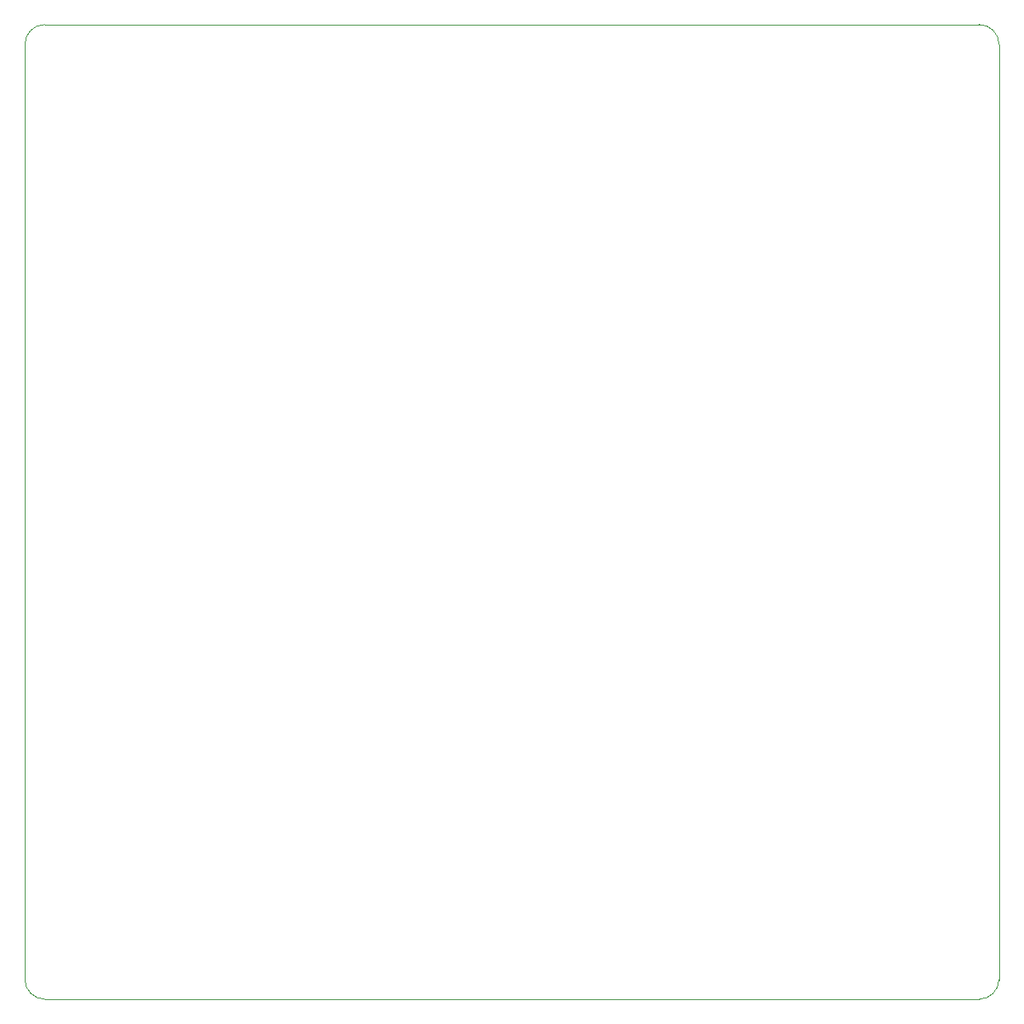
<source format=gm1>
G04 #@! TF.GenerationSoftware,KiCad,Pcbnew,6.0.11+dfsg-1*
G04 #@! TF.CreationDate,2024-06-12T11:52:24+08:00*
G04 #@! TF.ProjectId,DIY65C02.V2.CPU.Board,44495936-3543-4303-922e-56322e435055,rev?*
G04 #@! TF.SameCoordinates,Original*
G04 #@! TF.FileFunction,Profile,NP*
%FSLAX46Y46*%
G04 Gerber Fmt 4.6, Leading zero omitted, Abs format (unit mm)*
G04 Created by KiCad (PCBNEW 6.0.11+dfsg-1) date 2024-06-12 11:52:24*
%MOMM*%
%LPD*%
G01*
G04 APERTURE LIST*
G04 #@! TA.AperFunction,Profile*
%ADD10C,0.100000*%
G04 #@! TD*
G04 APERTURE END LIST*
D10*
X59944000Y-49784000D02*
G75*
G03*
X57912000Y-51816000I0J-2032000D01*
G01*
X59940000Y-149782000D02*
X155825000Y-149782000D01*
X57908000Y-147750000D02*
G75*
G03*
X59940000Y-149782000I2032000J0D01*
G01*
X157861000Y-147828000D02*
X157861000Y-51816000D01*
X57912000Y-51816000D02*
X57912000Y-147828000D01*
X157861000Y-51816000D02*
G75*
G03*
X155829000Y-49784000I-2032000J0D01*
G01*
X155829000Y-49784000D02*
X59944000Y-49784000D01*
X155829000Y-149782000D02*
G75*
G03*
X157861000Y-147750000I0J2032000D01*
G01*
M02*

</source>
